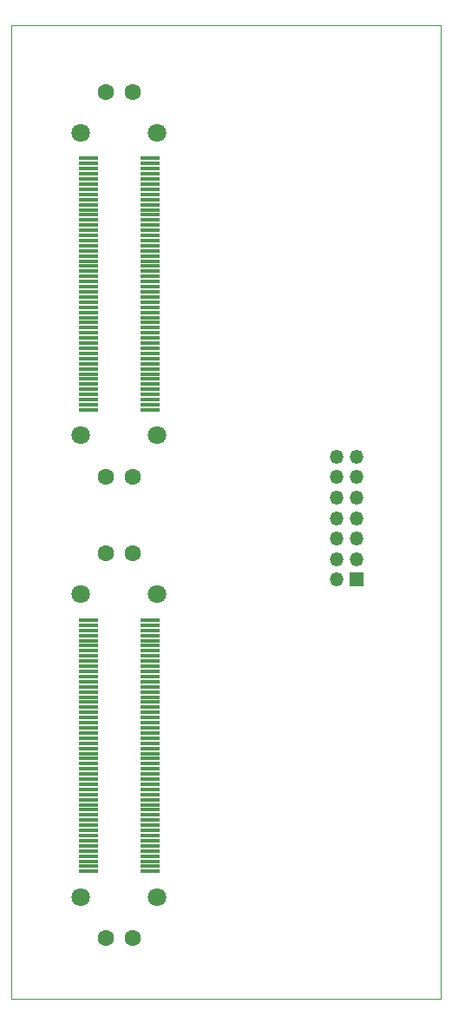
<source format=gbr>
%TF.GenerationSoftware,KiCad,Pcbnew,(6.0.6)*%
%TF.CreationDate,2023-01-26T13:55:41-05:00*%
%TF.ProjectId,TURFIO_RACK_Flex_PCB_Breakout,54555246-494f-45f5-9241-434b5f466c65,rev?*%
%TF.SameCoordinates,Original*%
%TF.FileFunction,Soldermask,Top*%
%TF.FilePolarity,Negative*%
%FSLAX46Y46*%
G04 Gerber Fmt 4.6, Leading zero omitted, Abs format (unit mm)*
G04 Created by KiCad (PCBNEW (6.0.6)) date 2023-01-26 13:55:41*
%MOMM*%
%LPD*%
G01*
G04 APERTURE LIST*
%TA.AperFunction,Profile*%
%ADD10C,0.100000*%
%TD*%
%ADD11R,1.905000X0.304800*%
%ADD12C,1.803400*%
%ADD13C,1.600200*%
%ADD14R,1.350000X1.350000*%
%ADD15O,1.350000X1.350000*%
G04 APERTURE END LIST*
D10*
X74510000Y-51560000D02*
X116440000Y-51560000D01*
X116440000Y-51560000D02*
X116440000Y-146520000D01*
X116440000Y-146520000D02*
X74510000Y-146520000D01*
X74510000Y-146520000D02*
X74510000Y-51560000D01*
D11*
%TO.C,J1*%
X82022150Y-64574799D03*
X82022150Y-65074801D03*
X82022150Y-65574800D03*
X82022150Y-66074799D03*
X82022150Y-66574800D03*
X82022150Y-67074799D03*
X82022150Y-67574801D03*
X82022150Y-68074800D03*
X82022150Y-68574799D03*
X82022150Y-69074800D03*
X82022150Y-69574799D03*
X82022150Y-70074801D03*
X82022150Y-70574800D03*
X82022150Y-71074799D03*
X82022150Y-71574800D03*
X82022150Y-72074799D03*
X82022150Y-72574801D03*
X82022150Y-73074800D03*
X82022150Y-73574799D03*
X82022150Y-74074800D03*
X82022150Y-74574799D03*
X82022150Y-75074801D03*
X82022150Y-75574800D03*
X82022150Y-76074799D03*
X82022150Y-76574800D03*
X82022150Y-77074800D03*
X82022150Y-77574798D03*
X82022150Y-78074800D03*
X82022150Y-78574799D03*
X82022150Y-79074801D03*
X82022150Y-79574800D03*
X82022150Y-80074799D03*
X82022150Y-80574800D03*
X82022150Y-81074799D03*
X82022150Y-81574801D03*
X82022150Y-82074800D03*
X82022150Y-82574799D03*
X82022150Y-83074800D03*
X82022150Y-83574799D03*
X82022150Y-84074801D03*
X82022150Y-84574800D03*
X82022150Y-85074799D03*
X82022150Y-85574800D03*
X82022150Y-86074799D03*
X82022150Y-86574801D03*
X82022150Y-87074800D03*
X82022150Y-87574799D03*
X82022150Y-88074800D03*
X82022150Y-88574799D03*
X82022150Y-89074801D03*
X88022154Y-64574799D03*
X88022154Y-65074801D03*
X88022154Y-65574800D03*
X88022154Y-66074799D03*
X88022154Y-66574800D03*
X88022154Y-67074799D03*
X88022154Y-67574801D03*
X88022154Y-68074800D03*
X88022154Y-68574799D03*
X88022154Y-69074800D03*
X88022154Y-69574799D03*
X88022154Y-70074801D03*
X88022154Y-70574800D03*
X88022154Y-71074799D03*
X88022154Y-71574800D03*
X88022154Y-72074799D03*
X88022154Y-72574801D03*
X88022154Y-73074800D03*
X88022154Y-73574799D03*
X88022154Y-74074800D03*
X88022154Y-74574799D03*
X88022154Y-75074801D03*
X88022154Y-75574800D03*
X88022154Y-76074799D03*
X88022154Y-76574800D03*
X88022154Y-77074800D03*
X88022154Y-77574798D03*
X88022154Y-78074800D03*
X88022154Y-78574799D03*
X88022154Y-79074801D03*
X88022154Y-79574800D03*
X88022154Y-80074799D03*
X88022154Y-80574800D03*
X88022154Y-81074799D03*
X88022154Y-81574801D03*
X88022154Y-82074800D03*
X88022154Y-82574799D03*
X88022154Y-83074800D03*
X88022154Y-83574799D03*
X88022154Y-84074801D03*
X88022154Y-84574800D03*
X88022154Y-85074799D03*
X88022154Y-85574800D03*
X88022154Y-86074799D03*
X88022154Y-86574801D03*
X88022154Y-87074800D03*
X88022154Y-87574799D03*
X88022154Y-88074800D03*
X88022154Y-88574799D03*
X88022154Y-89074801D03*
D12*
X81297153Y-62074804D03*
X81297153Y-91574796D03*
X88747151Y-62074804D03*
X88747151Y-91574796D03*
D13*
X86322152Y-58074799D03*
X86322152Y-95574801D03*
X83722152Y-58074799D03*
X83722152Y-95574801D03*
%TD*%
D11*
%TO.C,J2*%
X82022150Y-109574799D03*
X82022150Y-110074801D03*
X82022150Y-110574800D03*
X82022150Y-111074799D03*
X82022150Y-111574800D03*
X82022150Y-112074799D03*
X82022150Y-112574801D03*
X82022150Y-113074800D03*
X82022150Y-113574799D03*
X82022150Y-114074800D03*
X82022150Y-114574799D03*
X82022150Y-115074801D03*
X82022150Y-115574800D03*
X82022150Y-116074799D03*
X82022150Y-116574800D03*
X82022150Y-117074799D03*
X82022150Y-117574801D03*
X82022150Y-118074800D03*
X82022150Y-118574799D03*
X82022150Y-119074800D03*
X82022150Y-119574799D03*
X82022150Y-120074801D03*
X82022150Y-120574800D03*
X82022150Y-121074799D03*
X82022150Y-121574800D03*
X82022150Y-122074800D03*
X82022150Y-122574798D03*
X82022150Y-123074800D03*
X82022150Y-123574799D03*
X82022150Y-124074801D03*
X82022150Y-124574800D03*
X82022150Y-125074799D03*
X82022150Y-125574800D03*
X82022150Y-126074799D03*
X82022150Y-126574801D03*
X82022150Y-127074800D03*
X82022150Y-127574799D03*
X82022150Y-128074800D03*
X82022150Y-128574799D03*
X82022150Y-129074801D03*
X82022150Y-129574800D03*
X82022150Y-130074799D03*
X82022150Y-130574800D03*
X82022150Y-131074799D03*
X82022150Y-131574801D03*
X82022150Y-132074800D03*
X82022150Y-132574799D03*
X82022150Y-133074800D03*
X82022150Y-133574799D03*
X82022150Y-134074801D03*
X88022154Y-109574799D03*
X88022154Y-110074801D03*
X88022154Y-110574800D03*
X88022154Y-111074799D03*
X88022154Y-111574800D03*
X88022154Y-112074799D03*
X88022154Y-112574801D03*
X88022154Y-113074800D03*
X88022154Y-113574799D03*
X88022154Y-114074800D03*
X88022154Y-114574799D03*
X88022154Y-115074801D03*
X88022154Y-115574800D03*
X88022154Y-116074799D03*
X88022154Y-116574800D03*
X88022154Y-117074799D03*
X88022154Y-117574801D03*
X88022154Y-118074800D03*
X88022154Y-118574799D03*
X88022154Y-119074800D03*
X88022154Y-119574799D03*
X88022154Y-120074801D03*
X88022154Y-120574800D03*
X88022154Y-121074799D03*
X88022154Y-121574800D03*
X88022154Y-122074800D03*
X88022154Y-122574798D03*
X88022154Y-123074800D03*
X88022154Y-123574799D03*
X88022154Y-124074801D03*
X88022154Y-124574800D03*
X88022154Y-125074799D03*
X88022154Y-125574800D03*
X88022154Y-126074799D03*
X88022154Y-126574801D03*
X88022154Y-127074800D03*
X88022154Y-127574799D03*
X88022154Y-128074800D03*
X88022154Y-128574799D03*
X88022154Y-129074801D03*
X88022154Y-129574800D03*
X88022154Y-130074799D03*
X88022154Y-130574800D03*
X88022154Y-131074799D03*
X88022154Y-131574801D03*
X88022154Y-132074800D03*
X88022154Y-132574799D03*
X88022154Y-133074800D03*
X88022154Y-133574799D03*
X88022154Y-134074801D03*
D12*
X81297153Y-107074804D03*
X81297153Y-136574796D03*
X88747151Y-107074804D03*
X88747151Y-136574796D03*
D13*
X86322152Y-103074799D03*
X86322152Y-140574801D03*
X83722152Y-103074799D03*
X83722152Y-140574801D03*
%TD*%
D14*
%TO.C,J3*%
X108230000Y-105630000D03*
D15*
X106230000Y-105630000D03*
X108230000Y-103630000D03*
X106230000Y-103630000D03*
X108230000Y-101630000D03*
X106230000Y-101630000D03*
X108230000Y-99630000D03*
X106230000Y-99630000D03*
X108230000Y-97630000D03*
X106230000Y-97630000D03*
X108230000Y-95630000D03*
X106230000Y-95630000D03*
X108230000Y-93630000D03*
X106230000Y-93630000D03*
%TD*%
M02*

</source>
